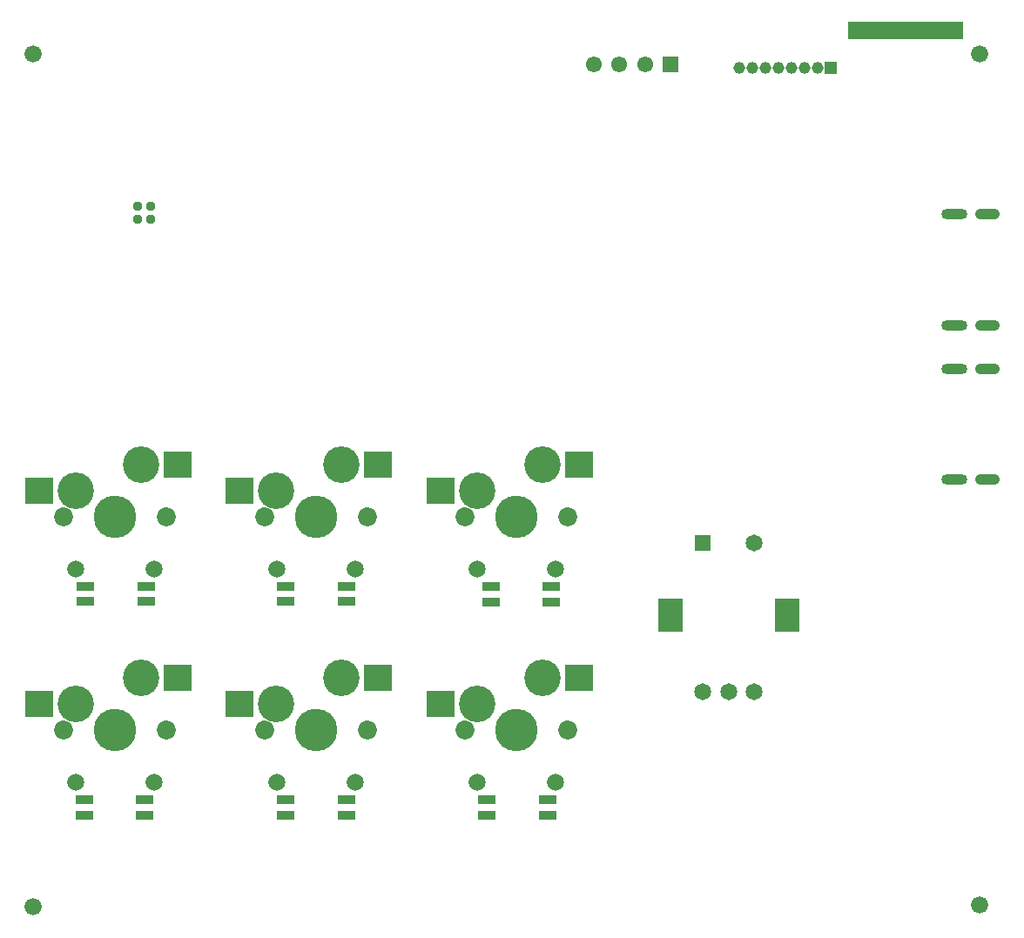
<source format=gbs>
G04*
G04 #@! TF.GenerationSoftware,Altium Limited,Altium Designer,25.4.2 (15)*
G04*
G04 Layer_Color=16711935*
%FSLAX44Y44*%
%MOMM*%
G71*
G04*
G04 #@! TF.SameCoordinates,C2DD7520-A2B9-4FCF-9691-AC0A9630E6EF*
G04*
G04*
G04 #@! TF.FilePolarity,Negative*
G04*
G01*
G75*
%ADD59C,1.6500*%
%ADD66C,3.5500*%
%ADD67C,1.8500*%
%ADD68C,4.1378*%
%ADD69C,1.6580*%
%ADD70C,1.5500*%
%ADD71R,1.5500X1.5500*%
%ADD72R,2.4500X3.2500*%
%ADD73R,1.6500X1.6500*%
%ADD74C,1.6740*%
G04:AMPARAMS|DCode=75|XSize=1mm|YSize=2.55mm|CornerRadius=0.5mm|HoleSize=0mm|Usage=FLASHONLY|Rotation=90.000|XOffset=0mm|YOffset=0mm|HoleType=Round|Shape=RoundedRectangle|*
%AMROUNDEDRECTD75*
21,1,1.0000,1.5500,0,0,90.0*
21,1,0.0000,2.5500,0,0,90.0*
1,1,1.0000,0.7750,0.0000*
1,1,1.0000,0.7750,0.0000*
1,1,1.0000,-0.7750,0.0000*
1,1,1.0000,-0.7750,0.0000*
%
%ADD75ROUNDEDRECTD75*%
G04:AMPARAMS|DCode=76|XSize=1.1mm|YSize=2.4mm|CornerRadius=0.55mm|HoleSize=0mm|Usage=FLASHONLY|Rotation=90.000|XOffset=0mm|YOffset=0mm|HoleType=Round|Shape=RoundedRectangle|*
%AMROUNDEDRECTD76*
21,1,1.1000,1.3000,0,0,90.0*
21,1,0.0000,2.4000,0,0,90.0*
1,1,1.1000,0.6500,0.0000*
1,1,1.1000,0.6500,0.0000*
1,1,1.1000,-0.6500,0.0000*
1,1,1.1000,-0.6500,0.0000*
%
%ADD76ROUNDEDRECTD76*%
%ADD77C,1.1500*%
%ADD78R,1.1500X1.1500*%
%ADD79C,0.9500*%
%ADD105R,1.7500X0.8128*%
%ADD107R,2.7000X2.6500*%
G36*
X904686Y844790D02*
X792217D01*
Y861300D01*
X904686D01*
Y844790D01*
D02*
G37*
D59*
X701501Y209389D02*
D03*
X676501D02*
D03*
X651501D02*
D03*
X701501Y354389D02*
D03*
D66*
X431600Y405400D02*
D03*
X495100Y430800D02*
D03*
X236600Y405400D02*
D03*
X300100Y430800D02*
D03*
X41600Y405400D02*
D03*
X105100Y430800D02*
D03*
X431600Y197800D02*
D03*
X495100Y223200D02*
D03*
X236600Y197800D02*
D03*
X300100Y223200D02*
D03*
X41600Y197796D02*
D03*
X105100Y223197D02*
D03*
D67*
X420000Y380000D02*
D03*
X520000D02*
D03*
X225000D02*
D03*
X325000D02*
D03*
X30000D02*
D03*
X130000D02*
D03*
X420000Y172400D02*
D03*
X520000D02*
D03*
X225000Y172400D02*
D03*
X325000D02*
D03*
X30000Y172397D02*
D03*
X130000D02*
D03*
D68*
X470000Y380000D02*
D03*
X275000D02*
D03*
X80000D02*
D03*
X470000Y172400D02*
D03*
X275000Y172400D02*
D03*
X80000Y172397D02*
D03*
D69*
X508100Y329200D02*
D03*
X431900Y329200D02*
D03*
X313100Y329200D02*
D03*
X236900Y329200D02*
D03*
X118100Y329200D02*
D03*
X41900Y329200D02*
D03*
X508100Y121600D02*
D03*
X431900Y121600D02*
D03*
X313100Y121600D02*
D03*
X236900Y121601D02*
D03*
X118100Y121596D02*
D03*
X41900Y121596D02*
D03*
D70*
X545000Y820000D02*
D03*
X570000D02*
D03*
X595000D02*
D03*
D71*
X620000D02*
D03*
D72*
X733501Y284389D02*
D03*
X619501D02*
D03*
D73*
X651501Y354389D02*
D03*
D74*
X920000Y1692D02*
D03*
X0Y0D02*
D03*
X920000Y830000D02*
D03*
X0D02*
D03*
D75*
X895950Y566000D02*
D03*
Y674000D02*
D03*
Y416000D02*
D03*
Y524000D02*
D03*
D76*
X928250Y566000D02*
D03*
Y674000D02*
D03*
Y416000D02*
D03*
Y524000D02*
D03*
D77*
X686980Y816280D02*
D03*
X699680D02*
D03*
X712380D02*
D03*
X725080D02*
D03*
X737780D02*
D03*
X750480D02*
D03*
X763180D02*
D03*
D78*
X775880D02*
D03*
D79*
X101518Y668962D02*
D03*
Y681530D02*
D03*
X114128D02*
D03*
Y668962D02*
D03*
D105*
X500260Y104604D02*
D03*
Y89618D02*
D03*
X441332Y104604D02*
D03*
Y89618D02*
D03*
X304627Y104589D02*
D03*
Y89603D02*
D03*
X245699Y104589D02*
D03*
Y89603D02*
D03*
X108677Y104545D02*
D03*
Y89559D02*
D03*
X49749Y104545D02*
D03*
Y89559D02*
D03*
X109769Y312223D02*
D03*
Y297237D02*
D03*
X50841Y312223D02*
D03*
Y297237D02*
D03*
X304952Y312181D02*
D03*
Y297195D02*
D03*
X246024Y312181D02*
D03*
Y297195D02*
D03*
X504264Y311821D02*
D03*
Y296835D02*
D03*
X445336Y311821D02*
D03*
Y296835D02*
D03*
D107*
X530600Y430800D02*
D03*
X396100Y405400D02*
D03*
X335600Y430800D02*
D03*
X201100Y405400D02*
D03*
X140600Y430800D02*
D03*
X6100Y405400D02*
D03*
X530600Y223200D02*
D03*
X396100Y197800D02*
D03*
X335600Y223200D02*
D03*
X201100Y197800D02*
D03*
X140600Y223197D02*
D03*
X6100Y197796D02*
D03*
M02*

</source>
